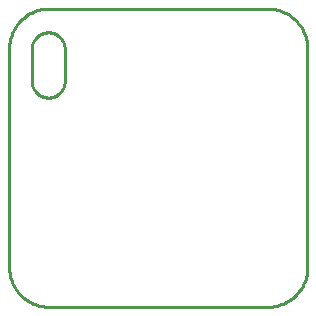
<source format=gbr>
%TF.GenerationSoftware,KiCad,Pcbnew,9.0.1*%
%TF.CreationDate,2025-06-06T15:08:55-07:00*%
%TF.ProjectId,basic_keychain,62617369-635f-46b6-9579-636861696e2e,rev?*%
%TF.SameCoordinates,Original*%
%TF.FileFunction,Profile,NP*%
%FSLAX45Y45*%
G04 Gerber Fmt 4.5, Leading zero omitted, Abs format (unit mm)*
G04 Created by KiCad (PCBNEW 9.0.1) date 2025-06-06 15:08:55*
%MOMM*%
%LPD*%
G01*
G04 APERTURE LIST*
%TA.AperFunction,Profile*%
%ADD10C,0.264582*%
%TD*%
G04 APERTURE END LIST*
D10*
X23171992Y-9542776D02*
X23189153Y-9544081D01*
X23206064Y-9546230D01*
X23222704Y-9549202D01*
X23239053Y-9552975D01*
X23255088Y-9557528D01*
X23270789Y-9562841D01*
X23286135Y-9568891D01*
X23301103Y-9575658D01*
X23315673Y-9583121D01*
X23329824Y-9591257D01*
X23343534Y-9600047D01*
X23356783Y-9609468D01*
X23369548Y-9619500D01*
X23381809Y-9630121D01*
X23393545Y-9641309D01*
X23404734Y-9653045D01*
X23415355Y-9665306D01*
X23425386Y-9678071D01*
X23434807Y-9691320D01*
X23443597Y-9705030D01*
X23451733Y-9719181D01*
X23459196Y-9733751D01*
X23465963Y-9748720D01*
X23472013Y-9764065D01*
X23477326Y-9779766D01*
X23481879Y-9795801D01*
X23485653Y-9812150D01*
X23488624Y-9828790D01*
X23490773Y-9845702D01*
X23492078Y-9862862D01*
X23492518Y-9880251D01*
X23492518Y-11729651D01*
X23492078Y-11747041D01*
X23490773Y-11764201D01*
X23488624Y-11781113D01*
X23485653Y-11797753D01*
X23481879Y-11814102D01*
X23477326Y-11830137D01*
X23472013Y-11845838D01*
X23465963Y-11861183D01*
X23459196Y-11876152D01*
X23451733Y-11890722D01*
X23443597Y-11904873D01*
X23434807Y-11918583D01*
X23425386Y-11931832D01*
X23415355Y-11944597D01*
X23404734Y-11956858D01*
X23393545Y-11968594D01*
X23381809Y-11979782D01*
X23369548Y-11990403D01*
X23356783Y-12000435D01*
X23343534Y-12009856D01*
X23329824Y-12018646D01*
X23315673Y-12026782D01*
X23301103Y-12034245D01*
X23286135Y-12041012D01*
X23270789Y-12047062D01*
X23255088Y-12052375D01*
X23239053Y-12056928D01*
X23222704Y-12060701D01*
X23206064Y-12063673D01*
X23189153Y-12065822D01*
X23171992Y-12067127D01*
X23154603Y-12067567D01*
X21305203Y-12067567D01*
X21287814Y-12067127D01*
X21270653Y-12065822D01*
X21253741Y-12063673D01*
X21237101Y-12060701D01*
X21220752Y-12056928D01*
X21204717Y-12052375D01*
X21189016Y-12047062D01*
X21173671Y-12041012D01*
X21158702Y-12034245D01*
X21144132Y-12026782D01*
X21129981Y-12018646D01*
X21116271Y-12009856D01*
X21103023Y-12000435D01*
X21090257Y-11990403D01*
X21077996Y-11979782D01*
X21066261Y-11968594D01*
X21055072Y-11956858D01*
X21044451Y-11944597D01*
X21034419Y-11931832D01*
X21024998Y-11918583D01*
X21016209Y-11904873D01*
X21008072Y-11890722D01*
X21000610Y-11876152D01*
X20993843Y-11861183D01*
X20987792Y-11845838D01*
X20982479Y-11830137D01*
X20977926Y-11814102D01*
X20974153Y-11797753D01*
X20971181Y-11781113D01*
X20969032Y-11764201D01*
X20967727Y-11747041D01*
X20967287Y-11729651D01*
X20967287Y-9880251D01*
X20967727Y-9862862D01*
X20969032Y-9845702D01*
X20971181Y-9828790D01*
X20974153Y-9812150D01*
X20977926Y-9795801D01*
X20982479Y-9779766D01*
X20987792Y-9764065D01*
X20993843Y-9748720D01*
X21000610Y-9733751D01*
X21008072Y-9719181D01*
X21016209Y-9705030D01*
X21024998Y-9691320D01*
X21034419Y-9678071D01*
X21044451Y-9665306D01*
X21055072Y-9653045D01*
X21066261Y-9641309D01*
X21077996Y-9630121D01*
X21090257Y-9619500D01*
X21103023Y-9609468D01*
X21116271Y-9600047D01*
X21129981Y-9591257D01*
X21144132Y-9583121D01*
X21158702Y-9575658D01*
X21173671Y-9568891D01*
X21189016Y-9562841D01*
X21204717Y-9557528D01*
X21220752Y-9552975D01*
X21237101Y-9549202D01*
X21253741Y-9546230D01*
X21270653Y-9544081D01*
X21287814Y-9542776D01*
X21305203Y-9542336D01*
X23154603Y-9542336D01*
X23171992Y-9542776D01*
X21305520Y-9743440D02*
X21312593Y-9743978D01*
X21319563Y-9744864D01*
X21326422Y-9746088D01*
X21333160Y-9747644D01*
X21339769Y-9749520D01*
X21346241Y-9751710D01*
X21352565Y-9754204D01*
X21358735Y-9756993D01*
X21364740Y-9760069D01*
X21370573Y-9763422D01*
X21376223Y-9767045D01*
X21381684Y-9770928D01*
X21386945Y-9775063D01*
X21391999Y-9779440D01*
X21396836Y-9784052D01*
X21401447Y-9788889D01*
X21405825Y-9793942D01*
X21409960Y-9799204D01*
X21413843Y-9804664D01*
X21417465Y-9810315D01*
X21420819Y-9816147D01*
X21423895Y-9822153D01*
X21426684Y-9828322D01*
X21429178Y-9834647D01*
X21431367Y-9841118D01*
X21433244Y-9847727D01*
X21434799Y-9854466D01*
X21436024Y-9861324D01*
X21436910Y-9868294D01*
X21437448Y-9875368D01*
X21437629Y-9882535D01*
X21437629Y-10156520D01*
X21437448Y-10163687D01*
X21436910Y-10170760D01*
X21436024Y-10177730D01*
X21434799Y-10184589D01*
X21433244Y-10191327D01*
X21431367Y-10197936D01*
X21429178Y-10204408D01*
X21426684Y-10210732D01*
X21423895Y-10216902D01*
X21420819Y-10222907D01*
X21417465Y-10228739D01*
X21413843Y-10234390D01*
X21409960Y-10239851D01*
X21405825Y-10245112D01*
X21401447Y-10250166D01*
X21396836Y-10255003D01*
X21391999Y-10259614D01*
X21386945Y-10263992D01*
X21381684Y-10268126D01*
X21376223Y-10272010D01*
X21370573Y-10275632D01*
X21364740Y-10278986D01*
X21358735Y-10282062D01*
X21352565Y-10284851D01*
X21346241Y-10287344D01*
X21339769Y-10289534D01*
X21333160Y-10291411D01*
X21326422Y-10292966D01*
X21319563Y-10294191D01*
X21312593Y-10295077D01*
X21305520Y-10295614D01*
X21298353Y-10295796D01*
X21291186Y-10295614D01*
X21284113Y-10295077D01*
X21277143Y-10294191D01*
X21270284Y-10292966D01*
X21263546Y-10291411D01*
X21256937Y-10289534D01*
X21250465Y-10287344D01*
X21244141Y-10284851D01*
X21237971Y-10282062D01*
X21231966Y-10278986D01*
X21226133Y-10275632D01*
X21220483Y-10272010D01*
X21215022Y-10268126D01*
X21209761Y-10263992D01*
X21204707Y-10259614D01*
X21199870Y-10255003D01*
X21195258Y-10250166D01*
X21190881Y-10245112D01*
X21186746Y-10239851D01*
X21182863Y-10234390D01*
X21179241Y-10228739D01*
X21175887Y-10222907D01*
X21172811Y-10216902D01*
X21170022Y-10210732D01*
X21167528Y-10204408D01*
X21165339Y-10197936D01*
X21163462Y-10191327D01*
X21161907Y-10184589D01*
X21160682Y-10177730D01*
X21159796Y-10170760D01*
X21159258Y-10163687D01*
X21159077Y-10156520D01*
X21159077Y-9882535D01*
X21159258Y-9875368D01*
X21159796Y-9868294D01*
X21160682Y-9861324D01*
X21161907Y-9854466D01*
X21163462Y-9847727D01*
X21165339Y-9841118D01*
X21167528Y-9834647D01*
X21170022Y-9828322D01*
X21172811Y-9822153D01*
X21175887Y-9816147D01*
X21179241Y-9810315D01*
X21182863Y-9804664D01*
X21186746Y-9799204D01*
X21190881Y-9793942D01*
X21195258Y-9788889D01*
X21199870Y-9784052D01*
X21204707Y-9779440D01*
X21209761Y-9775063D01*
X21215022Y-9770928D01*
X21220483Y-9767045D01*
X21226133Y-9763422D01*
X21231966Y-9760069D01*
X21237971Y-9756993D01*
X21244141Y-9754204D01*
X21250465Y-9751710D01*
X21256937Y-9749520D01*
X21263546Y-9747644D01*
X21270284Y-9746088D01*
X21277143Y-9744864D01*
X21284113Y-9743978D01*
X21291186Y-9743440D01*
X21298353Y-9743259D01*
X21305520Y-9743440D01*
M02*

</source>
